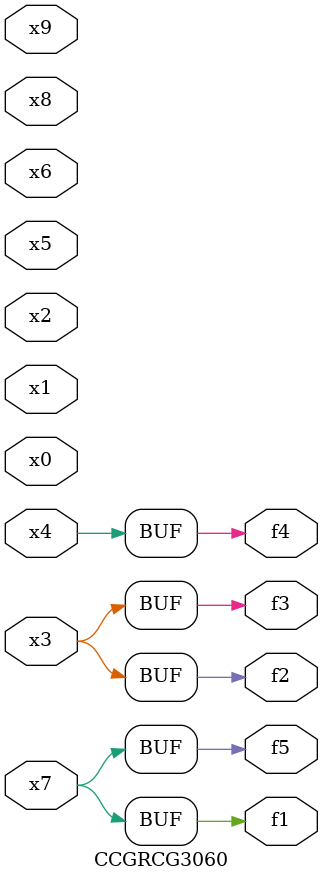
<source format=v>
module CCGRCG3060(
	input x0, x1, x2, x3, x4, x5, x6, x7, x8, x9,
	output f1, f2, f3, f4, f5
);
	assign f1 = x7;
	assign f2 = x3;
	assign f3 = x3;
	assign f4 = x4;
	assign f5 = x7;
endmodule

</source>
